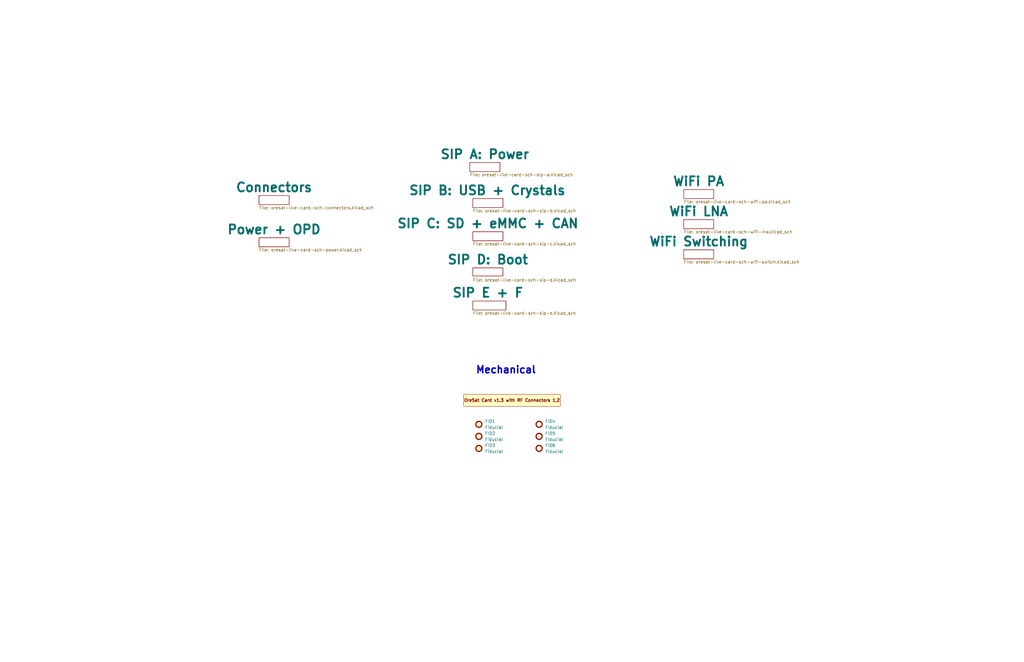
<source format=kicad_sch>
(kicad_sch (version 20250114) (generator "eeschema") (generator_version "9.0")
  (paper "B")
  (title_block (title "Oresat Live Card") (date "2025-09-15") (rev "2.1"))
  (lib_symbols
    (symbol "Mechanical:Fiducial" (in_bom no)
      (property "Reference" "FID" (at 0 5.08 0))
      (property "Value" "Fiducial" (at 0 3.175 0))
      (symbol "Fiducial_0_1"
        (circle (center 0 0) (radius 1.27) (stroke (width 0.508)) (fill (type background)))
      )
    )
    (symbol "oresat-pcbs:ORESAT-CARD-V1.3-2RF-LEFT"
      (symbol "ORESAT-CARD-V1.3-2RF-LEFT_1_0"
        (rectangle (start -20.32 2.54) (end 20.32 -2.54) (fill (type background)))
      )
      (symbol "ORESAT-CARD-V1.3-2RF-LEFT_1_1"
        (text "OreSat Card v1.3 with RF Connectors 1,2" (at 0 0 0) (effects (font (size 1.27 1.27) (bold yes))))
      )
    )
  )
  (text "Mechanical\n" (at 213.36 156.21 0) (effects (font (size 3 3) (thickness 0.6) (bold yes))))
  (symbol (lib_id "Mechanical:Fiducial") (at 227.33 179.07 0) (unit 1) (in_bom no)
    (property "Reference" "FID4" (at 229.87 177.7999 0) (effects (justify left)))
    (property "Value" "Fiducial" (at 229.87 180.3399 0) (effects (justify left)))
    (property "Footprint" "Fiducial:Fiducial_1mm_Mask2mm" (effects (hide yes)))
    (property "Description" "Fiducial Marker" (effects (hide yes)))
  )
  (symbol (lib_id "oresat-pcbs:ORESAT-CARD-V1.3-2RF-LEFT") (at 215.9 168.91 0) (unit 1)
    (property "Reference" "PCB1" (effects (hide yes)))
    (property "Value" "ORESAT-CARD-V1.3-GENERIC-1RF-POS1" (effects (hide yes)))
    (property "Footprint" "oresat-pcbs:ORESAT-CARD-V1.3-2RF-LEFT" (effects (hide yes)))
    (property "Datasheet" "N/A" (effects (hide yes)))
    (property "Description" "N/A" (effects (hide yes)))
    (property "DIS" "N/A" (effects (hide yes)))
    (property "DPN" "N/A" (effects (hide yes)))
    (property "MFR" "N/A" (effects (hide yes)))
    (property "MPN" "N/A" (effects (hide yes)))
  )
  (symbol (lib_id "Mechanical:Fiducial") (at 227.33 184.15 0) (unit 1) (in_bom no)
    (property "Reference" "FID5" (at 229.87 182.8799 0) (effects (justify left)))
    (property "Value" "Fiducial" (at 229.87 185.4199 0) (effects (justify left)))
    (property "Footprint" "Fiducial:Fiducial_1mm_Mask2mm" (effects (hide yes)))
    (property "Description" "Fiducial Marker" (effects (hide yes)))
  )
  (symbol (lib_id "Mechanical:Fiducial") (at 201.93 189.23 0) (unit 1) (in_bom no)
    (property "Reference" "FID3" (at 204.47 187.9599 0) (effects (justify left)))
    (property "Value" "Fiducial" (at 204.47 190.4999 0) (effects (justify left)))
    (property "Footprint" "Fiducial:Fiducial_1mm_Mask2mm" (effects (hide yes)))
    (property "Description" "Fiducial Marker" (effects (hide yes)))
  )
  (symbol (lib_id "Mechanical:Fiducial") (at 201.93 184.15 0) (unit 1) (in_bom no)
    (property "Reference" "FID2" (at 204.47 182.8799 0) (effects (justify left)))
    (property "Value" "Fiducial" (at 204.47 185.4199 0) (effects (justify left)))
    (property "Footprint" "Fiducial:Fiducial_1mm_Mask2mm" (effects (hide yes)))
    (property "Description" "Fiducial Marker" (effects (hide yes)))
  )
  (symbol (lib_id "Mechanical:Fiducial") (at 227.33 189.23 0) (unit 1) (in_bom no)
    (property "Reference" "FID6" (at 229.87 187.9599 0) (effects (justify left)))
    (property "Value" "Fiducial" (at 229.87 190.4999 0) (effects (justify left)))
    (property "Footprint" "Fiducial:Fiducial_1mm_Mask2mm" (effects (hide yes)))
    (property "Description" "Fiducial Marker" (effects (hide yes)))
  )
  (symbol (lib_id "Mechanical:Fiducial") (at 201.93 179.07 0) (unit 1) (in_bom no)
    (property "Reference" "FID1" (at 204.47 177.7999 0) (effects (justify left)))
    (property "Value" "Fiducial" (at 204.47 180.3399 0) (effects (justify left)))
    (property "Footprint" "Fiducial:Fiducial_1mm_Mask2mm" (effects (hide yes)))
    (property "Description" "Fiducial Marker" (effects (hide yes)))
  )
  (sheet (at 288.29 80.01) (size 12.7 3.81)
    (property "Sheetname" "WiFi PA" (at 294.64 78.74 0) (effects (font (size 3.81 3.81) (bold yes)) (justify bottom)))
    (property "Sheetfile" "oresat-live-card-sch-wifi-pa.kicad_sch" (at 288.29 84.4046 0) (effects (justify left top)))
  )
  (sheet (at 109.22 82.55) (size 12.7 3.81)
    (property "Sheetname" "Connectors" (at 115.57 81.28 0) (effects (font (size 3.81 3.81) (bold yes)) (justify bottom)))
    (property "Sheetfile" "oresat-live-card-sch-connectors.kicad_sch" (at 109.22 86.9446 0) (effects (justify left top)))
  )
  (sheet (at 199.39 83.82) (size 12.7 3.81)
    (property "Sheetname" "SIP B: USB + Crystals" (at 205.486 82.55 0) (effects (font (size 3.81 3.81) (bold yes)) (justify bottom)))
    (property "Sheetfile" "oresat-live-card-sch-sip-b.kicad_sch" (at 199.39 88.2146 0) (effects (justify left top)))
  )
  (sheet (at 199.39 97.79) (size 12.7 3.81)
    (property "Sheetname" "SIP C: SD + eMMC + CAN" (at 205.74 96.52 0) (effects (font (size 3.81 3.81) (bold yes)) (justify bottom)))
    (property "Sheetfile" "oresat-live-card-sch-sip-c.kicad_sch" (at 199.39 102.1846 0) (effects (justify left top)))
  )
  (sheet (at 199.39 113.03) (size 12.7 3.413)
    (property "Sheetname" "SIP D: Boot" (at 205.74 111.76 0) (effects (font (size 3.81 3.81) (bold yes)) (justify bottom)))
    (property "Sheetfile" "oresat-live-card-sch-sip-d.kicad_sch" (at 199.39 117.4246 0) (effects (justify left top)))
  )
  (sheet (at 288.29 105.41) (size 12.7 3.81) (stroke (width 0.1524))
    (property "Sheetname" "WiFi Switching" (at 294.64 104.14 0) (effects (font (size 3.81 3.81) (thickness 0.762) (bold yes)) (justify bottom)))
    (property "Sheetfile" "oresat-live-card-sch-wifi-switch.kicad_sch" (at 288.29 109.8046 0) (effects (justify left top)))
  )
  (sheet (at 198.12 68.58) (size 12.7 3.81)
    (property "Sheetname" "SIP A: Power" (at 204.47 67.31 0) (effects (font (size 3.81 3.81) (bold yes)) (justify bottom)))
    (property "Sheetfile" "oresat-live-card-sch-sip-a.kicad_sch" (at 198.12 72.9746 0) (effects (justify left top)))
  )
  (sheet (at 109.22 100.33) (size 12.7 3.81)
    (property "Sheetname" "Power + OPD" (at 115.57 99.06 0) (effects (font (size 3.81 3.81) (bold yes)) (justify bottom)))
    (property "Sheetfile" "oresat-live-card-sch-power.kicad_sch" (at 109.22 104.7246 0) (effects (justify left top)))
  )
  (sheet (at 288.29 92.71) (size 12.7 3.81) (stroke (width 0.1524))
    (property "Sheetname" "WiFi LNA" (at 294.64 91.44 0) (effects (font (size 3.81 3.81) (thickness 0.762) (bold yes)) (justify bottom)))
    (property "Sheetfile" "oresat-live-card-sch-wifi-lna.kicad_sch" (at 288.29 97.1046 0) (effects (justify left top)))
  )
  (sheet (at 199.39 127) (size 13.97 3.81) (stroke (width 0.1524))
    (property "Sheetname" "SIP E + F" (at 190.5 125.73 0) (effects (font (size 3.81 3.81) (thickness 0.762) (bold yes)) (justify left bottom)))
    (property "Sheetfile" "oresat-live-card-sch-sip-e.kicad_sch" (at 199.39 131.3946 0) (effects (justify left top)))
  )
)
</source>
